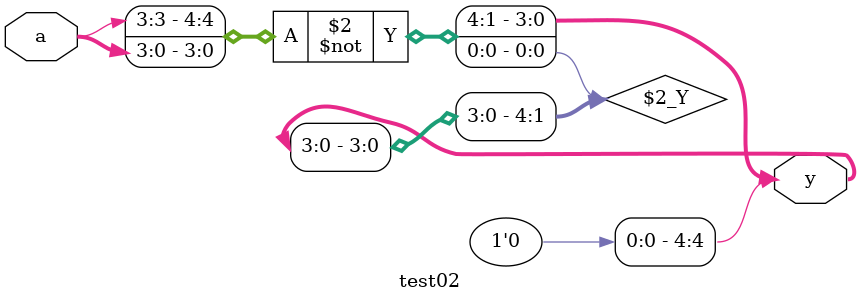
<source format=sv>

module test02(a, y);
  input signed [3:0] a;
  output signed [4:0] y;
  assign y = (~a) >> 1;
endmodule

</source>
